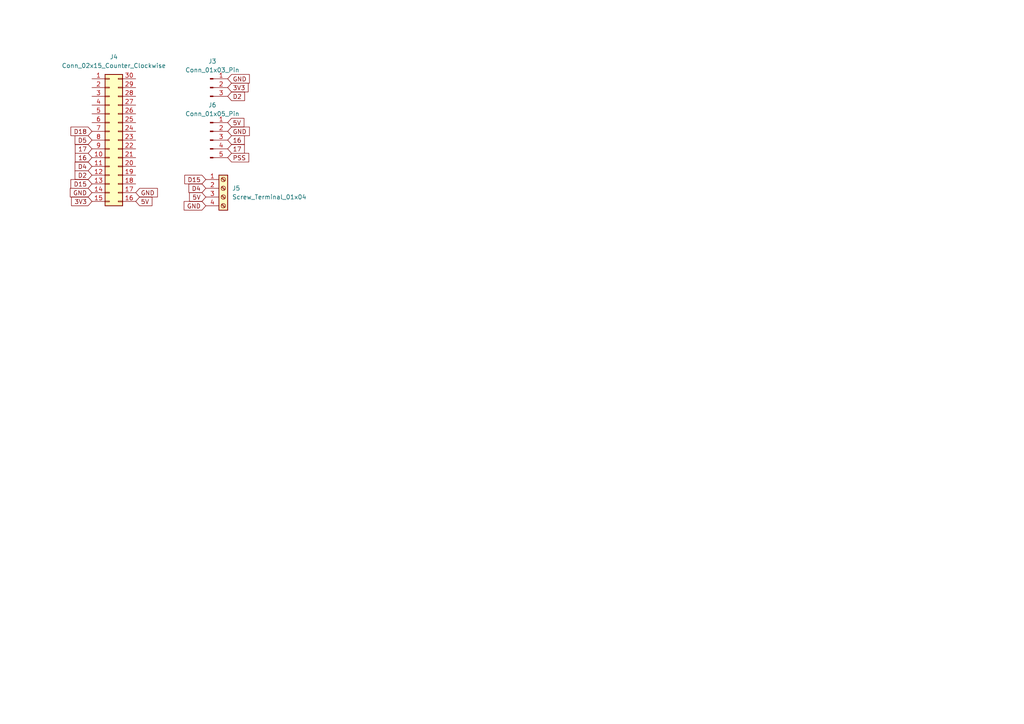
<source format=kicad_sch>
(kicad_sch
	(version 20231120)
	(generator "eeschema")
	(generator_version "8.0")
	(uuid "79fe357b-c978-4511-b395-14bf1e9ceedb")
	(paper "A4")
	(lib_symbols
		(symbol "Connector:Conn_01x03_Pin"
			(pin_names
				(offset 1.016) hide)
			(exclude_from_sim no)
			(in_bom yes)
			(on_board yes)
			(property "Reference" "J"
				(at 0 5.08 0)
				(effects
					(font
						(size 1.27 1.27)
					)
				)
			)
			(property "Value" "Conn_01x03_Pin"
				(at 0 -5.08 0)
				(effects
					(font
						(size 1.27 1.27)
					)
				)
			)
			(property "Footprint" ""
				(at 0 0 0)
				(effects
					(font
						(size 1.27 1.27)
					)
					(hide yes)
				)
			)
			(property "Datasheet" "~"
				(at 0 0 0)
				(effects
					(font
						(size 1.27 1.27)
					)
					(hide yes)
				)
			)
			(property "Description" "Generic connector, single row, 01x03, script generated"
				(at 0 0 0)
				(effects
					(font
						(size 1.27 1.27)
					)
					(hide yes)
				)
			)
			(property "ki_locked" ""
				(at 0 0 0)
				(effects
					(font
						(size 1.27 1.27)
					)
				)
			)
			(property "ki_keywords" "connector"
				(at 0 0 0)
				(effects
					(font
						(size 1.27 1.27)
					)
					(hide yes)
				)
			)
			(property "ki_fp_filters" "Connector*:*_1x??_*"
				(at 0 0 0)
				(effects
					(font
						(size 1.27 1.27)
					)
					(hide yes)
				)
			)
			(symbol "Conn_01x03_Pin_1_1"
				(polyline
					(pts
						(xy 1.27 -2.54) (xy 0.8636 -2.54)
					)
					(stroke
						(width 0.1524)
						(type default)
					)
					(fill
						(type none)
					)
				)
				(polyline
					(pts
						(xy 1.27 0) (xy 0.8636 0)
					)
					(stroke
						(width 0.1524)
						(type default)
					)
					(fill
						(type none)
					)
				)
				(polyline
					(pts
						(xy 1.27 2.54) (xy 0.8636 2.54)
					)
					(stroke
						(width 0.1524)
						(type default)
					)
					(fill
						(type none)
					)
				)
				(rectangle
					(start 0.8636 -2.413)
					(end 0 -2.667)
					(stroke
						(width 0.1524)
						(type default)
					)
					(fill
						(type outline)
					)
				)
				(rectangle
					(start 0.8636 0.127)
					(end 0 -0.127)
					(stroke
						(width 0.1524)
						(type default)
					)
					(fill
						(type outline)
					)
				)
				(rectangle
					(start 0.8636 2.667)
					(end 0 2.413)
					(stroke
						(width 0.1524)
						(type default)
					)
					(fill
						(type outline)
					)
				)
				(pin passive line
					(at 5.08 2.54 180)
					(length 3.81)
					(name "Pin_1"
						(effects
							(font
								(size 1.27 1.27)
							)
						)
					)
					(number "1"
						(effects
							(font
								(size 1.27 1.27)
							)
						)
					)
				)
				(pin passive line
					(at 5.08 0 180)
					(length 3.81)
					(name "Pin_2"
						(effects
							(font
								(size 1.27 1.27)
							)
						)
					)
					(number "2"
						(effects
							(font
								(size 1.27 1.27)
							)
						)
					)
				)
				(pin passive line
					(at 5.08 -2.54 180)
					(length 3.81)
					(name "Pin_3"
						(effects
							(font
								(size 1.27 1.27)
							)
						)
					)
					(number "3"
						(effects
							(font
								(size 1.27 1.27)
							)
						)
					)
				)
			)
		)
		(symbol "Connector:Conn_01x05_Pin"
			(pin_names
				(offset 1.016) hide)
			(exclude_from_sim no)
			(in_bom yes)
			(on_board yes)
			(property "Reference" "J"
				(at 0 7.62 0)
				(effects
					(font
						(size 1.27 1.27)
					)
				)
			)
			(property "Value" "Conn_01x05_Pin"
				(at 0 -7.62 0)
				(effects
					(font
						(size 1.27 1.27)
					)
				)
			)
			(property "Footprint" ""
				(at 0 0 0)
				(effects
					(font
						(size 1.27 1.27)
					)
					(hide yes)
				)
			)
			(property "Datasheet" "~"
				(at 0 0 0)
				(effects
					(font
						(size 1.27 1.27)
					)
					(hide yes)
				)
			)
			(property "Description" "Generic connector, single row, 01x05, script generated"
				(at 0 0 0)
				(effects
					(font
						(size 1.27 1.27)
					)
					(hide yes)
				)
			)
			(property "ki_locked" ""
				(at 0 0 0)
				(effects
					(font
						(size 1.27 1.27)
					)
				)
			)
			(property "ki_keywords" "connector"
				(at 0 0 0)
				(effects
					(font
						(size 1.27 1.27)
					)
					(hide yes)
				)
			)
			(property "ki_fp_filters" "Connector*:*_1x??_*"
				(at 0 0 0)
				(effects
					(font
						(size 1.27 1.27)
					)
					(hide yes)
				)
			)
			(symbol "Conn_01x05_Pin_1_1"
				(polyline
					(pts
						(xy 1.27 -5.08) (xy 0.8636 -5.08)
					)
					(stroke
						(width 0.1524)
						(type default)
					)
					(fill
						(type none)
					)
				)
				(polyline
					(pts
						(xy 1.27 -2.54) (xy 0.8636 -2.54)
					)
					(stroke
						(width 0.1524)
						(type default)
					)
					(fill
						(type none)
					)
				)
				(polyline
					(pts
						(xy 1.27 0) (xy 0.8636 0)
					)
					(stroke
						(width 0.1524)
						(type default)
					)
					(fill
						(type none)
					)
				)
				(polyline
					(pts
						(xy 1.27 2.54) (xy 0.8636 2.54)
					)
					(stroke
						(width 0.1524)
						(type default)
					)
					(fill
						(type none)
					)
				)
				(polyline
					(pts
						(xy 1.27 5.08) (xy 0.8636 5.08)
					)
					(stroke
						(width 0.1524)
						(type default)
					)
					(fill
						(type none)
					)
				)
				(rectangle
					(start 0.8636 -4.953)
					(end 0 -5.207)
					(stroke
						(width 0.1524)
						(type default)
					)
					(fill
						(type outline)
					)
				)
				(rectangle
					(start 0.8636 -2.413)
					(end 0 -2.667)
					(stroke
						(width 0.1524)
						(type default)
					)
					(fill
						(type outline)
					)
				)
				(rectangle
					(start 0.8636 0.127)
					(end 0 -0.127)
					(stroke
						(width 0.1524)
						(type default)
					)
					(fill
						(type outline)
					)
				)
				(rectangle
					(start 0.8636 2.667)
					(end 0 2.413)
					(stroke
						(width 0.1524)
						(type default)
					)
					(fill
						(type outline)
					)
				)
				(rectangle
					(start 0.8636 5.207)
					(end 0 4.953)
					(stroke
						(width 0.1524)
						(type default)
					)
					(fill
						(type outline)
					)
				)
				(pin passive line
					(at 5.08 5.08 180)
					(length 3.81)
					(name "Pin_1"
						(effects
							(font
								(size 1.27 1.27)
							)
						)
					)
					(number "1"
						(effects
							(font
								(size 1.27 1.27)
							)
						)
					)
				)
				(pin passive line
					(at 5.08 2.54 180)
					(length 3.81)
					(name "Pin_2"
						(effects
							(font
								(size 1.27 1.27)
							)
						)
					)
					(number "2"
						(effects
							(font
								(size 1.27 1.27)
							)
						)
					)
				)
				(pin passive line
					(at 5.08 0 180)
					(length 3.81)
					(name "Pin_3"
						(effects
							(font
								(size 1.27 1.27)
							)
						)
					)
					(number "3"
						(effects
							(font
								(size 1.27 1.27)
							)
						)
					)
				)
				(pin passive line
					(at 5.08 -2.54 180)
					(length 3.81)
					(name "Pin_4"
						(effects
							(font
								(size 1.27 1.27)
							)
						)
					)
					(number "4"
						(effects
							(font
								(size 1.27 1.27)
							)
						)
					)
				)
				(pin passive line
					(at 5.08 -5.08 180)
					(length 3.81)
					(name "Pin_5"
						(effects
							(font
								(size 1.27 1.27)
							)
						)
					)
					(number "5"
						(effects
							(font
								(size 1.27 1.27)
							)
						)
					)
				)
			)
		)
		(symbol "Connector:Screw_Terminal_01x04"
			(pin_names
				(offset 1.016) hide)
			(exclude_from_sim no)
			(in_bom yes)
			(on_board yes)
			(property "Reference" "J"
				(at 0 5.08 0)
				(effects
					(font
						(size 1.27 1.27)
					)
				)
			)
			(property "Value" "Screw_Terminal_01x04"
				(at 0 -7.62 0)
				(effects
					(font
						(size 1.27 1.27)
					)
				)
			)
			(property "Footprint" ""
				(at 0 0 0)
				(effects
					(font
						(size 1.27 1.27)
					)
					(hide yes)
				)
			)
			(property "Datasheet" "~"
				(at 0 0 0)
				(effects
					(font
						(size 1.27 1.27)
					)
					(hide yes)
				)
			)
			(property "Description" "Generic screw terminal, single row, 01x04, script generated (kicad-library-utils/schlib/autogen/connector/)"
				(at 0 0 0)
				(effects
					(font
						(size 1.27 1.27)
					)
					(hide yes)
				)
			)
			(property "ki_keywords" "screw terminal"
				(at 0 0 0)
				(effects
					(font
						(size 1.27 1.27)
					)
					(hide yes)
				)
			)
			(property "ki_fp_filters" "TerminalBlock*:*"
				(at 0 0 0)
				(effects
					(font
						(size 1.27 1.27)
					)
					(hide yes)
				)
			)
			(symbol "Screw_Terminal_01x04_1_1"
				(rectangle
					(start -1.27 3.81)
					(end 1.27 -6.35)
					(stroke
						(width 0.254)
						(type default)
					)
					(fill
						(type background)
					)
				)
				(circle
					(center 0 -5.08)
					(radius 0.635)
					(stroke
						(width 0.1524)
						(type default)
					)
					(fill
						(type none)
					)
				)
				(circle
					(center 0 -2.54)
					(radius 0.635)
					(stroke
						(width 0.1524)
						(type default)
					)
					(fill
						(type none)
					)
				)
				(polyline
					(pts
						(xy -0.5334 -4.7498) (xy 0.3302 -5.588)
					)
					(stroke
						(width 0.1524)
						(type default)
					)
					(fill
						(type none)
					)
				)
				(polyline
					(pts
						(xy -0.5334 -2.2098) (xy 0.3302 -3.048)
					)
					(stroke
						(width 0.1524)
						(type default)
					)
					(fill
						(type none)
					)
				)
				(polyline
					(pts
						(xy -0.5334 0.3302) (xy 0.3302 -0.508)
					)
					(stroke
						(width 0.1524)
						(type default)
					)
					(fill
						(type none)
					)
				)
				(polyline
					(pts
						(xy -0.5334 2.8702) (xy 0.3302 2.032)
					)
					(stroke
						(width 0.1524)
						(type default)
					)
					(fill
						(type none)
					)
				)
				(polyline
					(pts
						(xy -0.3556 -4.572) (xy 0.508 -5.4102)
					)
					(stroke
						(width 0.1524)
						(type default)
					)
					(fill
						(type none)
					)
				)
				(polyline
					(pts
						(xy -0.3556 -2.032) (xy 0.508 -2.8702)
					)
					(stroke
						(width 0.1524)
						(type default)
					)
					(fill
						(type none)
					)
				)
				(polyline
					(pts
						(xy -0.3556 0.508) (xy 0.508 -0.3302)
					)
					(stroke
						(width 0.1524)
						(type default)
					)
					(fill
						(type none)
					)
				)
				(polyline
					(pts
						(xy -0.3556 3.048) (xy 0.508 2.2098)
					)
					(stroke
						(width 0.1524)
						(type default)
					)
					(fill
						(type none)
					)
				)
				(circle
					(center 0 0)
					(radius 0.635)
					(stroke
						(width 0.1524)
						(type default)
					)
					(fill
						(type none)
					)
				)
				(circle
					(center 0 2.54)
					(radius 0.635)
					(stroke
						(width 0.1524)
						(type default)
					)
					(fill
						(type none)
					)
				)
				(pin passive line
					(at -5.08 2.54 0)
					(length 3.81)
					(name "Pin_1"
						(effects
							(font
								(size 1.27 1.27)
							)
						)
					)
					(number "1"
						(effects
							(font
								(size 1.27 1.27)
							)
						)
					)
				)
				(pin passive line
					(at -5.08 0 0)
					(length 3.81)
					(name "Pin_2"
						(effects
							(font
								(size 1.27 1.27)
							)
						)
					)
					(number "2"
						(effects
							(font
								(size 1.27 1.27)
							)
						)
					)
				)
				(pin passive line
					(at -5.08 -2.54 0)
					(length 3.81)
					(name "Pin_3"
						(effects
							(font
								(size 1.27 1.27)
							)
						)
					)
					(number "3"
						(effects
							(font
								(size 1.27 1.27)
							)
						)
					)
				)
				(pin passive line
					(at -5.08 -5.08 0)
					(length 3.81)
					(name "Pin_4"
						(effects
							(font
								(size 1.27 1.27)
							)
						)
					)
					(number "4"
						(effects
							(font
								(size 1.27 1.27)
							)
						)
					)
				)
			)
		)
		(symbol "Connector_Generic:Conn_02x15_Counter_Clockwise"
			(pin_names
				(offset 1.016) hide)
			(exclude_from_sim no)
			(in_bom yes)
			(on_board yes)
			(property "Reference" "J"
				(at 1.27 20.32 0)
				(effects
					(font
						(size 1.27 1.27)
					)
				)
			)
			(property "Value" "Conn_02x15_Counter_Clockwise"
				(at 1.27 -20.32 0)
				(effects
					(font
						(size 1.27 1.27)
					)
				)
			)
			(property "Footprint" ""
				(at 0 0 0)
				(effects
					(font
						(size 1.27 1.27)
					)
					(hide yes)
				)
			)
			(property "Datasheet" "~"
				(at 0 0 0)
				(effects
					(font
						(size 1.27 1.27)
					)
					(hide yes)
				)
			)
			(property "Description" "Generic connector, double row, 02x15, counter clockwise pin numbering scheme (similar to DIP package numbering), script generated (kicad-library-utils/schlib/autogen/connector/)"
				(at 0 0 0)
				(effects
					(font
						(size 1.27 1.27)
					)
					(hide yes)
				)
			)
			(property "ki_keywords" "connector"
				(at 0 0 0)
				(effects
					(font
						(size 1.27 1.27)
					)
					(hide yes)
				)
			)
			(property "ki_fp_filters" "Connector*:*_2x??_*"
				(at 0 0 0)
				(effects
					(font
						(size 1.27 1.27)
					)
					(hide yes)
				)
			)
			(symbol "Conn_02x15_Counter_Clockwise_1_1"
				(rectangle
					(start -1.27 -17.653)
					(end 0 -17.907)
					(stroke
						(width 0.1524)
						(type default)
					)
					(fill
						(type none)
					)
				)
				(rectangle
					(start -1.27 -15.113)
					(end 0 -15.367)
					(stroke
						(width 0.1524)
						(type default)
					)
					(fill
						(type none)
					)
				)
				(rectangle
					(start -1.27 -12.573)
					(end 0 -12.827)
					(stroke
						(width 0.1524)
						(type default)
					)
					(fill
						(type none)
					)
				)
				(rectangle
					(start -1.27 -10.033)
					(end 0 -10.287)
					(stroke
						(width 0.1524)
						(type default)
					)
					(fill
						(type none)
					)
				)
				(rectangle
					(start -1.27 -7.493)
					(end 0 -7.747)
					(stroke
						(width 0.1524)
						(type default)
					)
					(fill
						(type none)
					)
				)
				(rectangle
					(start -1.27 -4.953)
					(end 0 -5.207)
					(stroke
						(width 0.1524)
						(type default)
					)
					(fill
						(type none)
					)
				)
				(rectangle
					(start -1.27 -2.413)
					(end 0 -2.667)
					(stroke
						(width 0.1524)
						(type default)
					)
					(fill
						(type none)
					)
				)
				(rectangle
					(start -1.27 0.127)
					(end 0 -0.127)
					(stroke
						(width 0.1524)
						(type default)
					)
					(fill
						(type none)
					)
				)
				(rectangle
					(start -1.27 2.667)
					(end 0 2.413)
					(stroke
						(width 0.1524)
						(type default)
					)
					(fill
						(type none)
					)
				)
				(rectangle
					(start -1.27 5.207)
					(end 0 4.953)
					(stroke
						(width 0.1524)
						(type default)
					)
					(fill
						(type none)
					)
				)
				(rectangle
					(start -1.27 7.747)
					(end 0 7.493)
					(stroke
						(width 0.1524)
						(type default)
					)
					(fill
						(type none)
					)
				)
				(rectangle
					(start -1.27 10.287)
					(end 0 10.033)
					(stroke
						(width 0.1524)
						(type default)
					)
					(fill
						(type none)
					)
				)
				(rectangle
					(start -1.27 12.827)
					(end 0 12.573)
					(stroke
						(width 0.1524)
						(type default)
					)
					(fill
						(type none)
					)
				)
				(rectangle
					(start -1.27 15.367)
					(end 0 15.113)
					(stroke
						(width 0.1524)
						(type default)
					)
					(fill
						(type none)
					)
				)
				(rectangle
					(start -1.27 17.907)
					(end 0 17.653)
					(stroke
						(width 0.1524)
						(type default)
					)
					(fill
						(type none)
					)
				)
				(rectangle
					(start -1.27 19.05)
					(end 3.81 -19.05)
					(stroke
						(width 0.254)
						(type default)
					)
					(fill
						(type background)
					)
				)
				(rectangle
					(start 3.81 -17.653)
					(end 2.54 -17.907)
					(stroke
						(width 0.1524)
						(type default)
					)
					(fill
						(type none)
					)
				)
				(rectangle
					(start 3.81 -15.113)
					(end 2.54 -15.367)
					(stroke
						(width 0.1524)
						(type default)
					)
					(fill
						(type none)
					)
				)
				(rectangle
					(start 3.81 -12.573)
					(end 2.54 -12.827)
					(stroke
						(width 0.1524)
						(type default)
					)
					(fill
						(type none)
					)
				)
				(rectangle
					(start 3.81 -10.033)
					(end 2.54 -10.287)
					(stroke
						(width 0.1524)
						(type default)
					)
					(fill
						(type none)
					)
				)
				(rectangle
					(start 3.81 -7.493)
					(end 2.54 -7.747)
					(stroke
						(width 0.1524)
						(type default)
					)
					(fill
						(type none)
					)
				)
				(rectangle
					(start 3.81 -4.953)
					(end 2.54 -5.207)
					(stroke
						(width 0.1524)
						(type default)
					)
					(fill
						(type none)
					)
				)
				(rectangle
					(start 3.81 -2.413)
					(end 2.54 -2.667)
					(stroke
						(width 0.1524)
						(type default)
					)
					(fill
						(type none)
					)
				)
				(rectangle
					(start 3.81 0.127)
					(end 2.54 -0.127)
					(stroke
						(width 0.1524)
						(type default)
					)
					(fill
						(type none)
					)
				)
				(rectangle
					(start 3.81 2.667)
					(end 2.54 2.413)
					(stroke
						(width 0.1524)
						(type default)
					)
					(fill
						(type none)
					)
				)
				(rectangle
					(start 3.81 5.207)
					(end 2.54 4.953)
					(stroke
						(width 0.1524)
						(type default)
					)
					(fill
						(type none)
					)
				)
				(rectangle
					(start 3.81 7.747)
					(end 2.54 7.493)
					(stroke
						(width 0.1524)
						(type default)
					)
					(fill
						(type none)
					)
				)
				(rectangle
					(start 3.81 10.287)
					(end 2.54 10.033)
					(stroke
						(width 0.1524)
						(type default)
					)
					(fill
						(type none)
					)
				)
				(rectangle
					(start 3.81 12.827)
					(end 2.54 12.573)
					(stroke
						(width 0.1524)
						(type default)
					)
					(fill
						(type none)
					)
				)
				(rectangle
					(start 3.81 15.367)
					(end 2.54 15.113)
					(stroke
						(width 0.1524)
						(type default)
					)
					(fill
						(type none)
					)
				)
				(rectangle
					(start 3.81 17.907)
					(end 2.54 17.653)
					(stroke
						(width 0.1524)
						(type default)
					)
					(fill
						(type none)
					)
				)
				(pin passive line
					(at -5.08 17.78 0)
					(length 3.81)
					(name "Pin_1"
						(effects
							(font
								(size 1.27 1.27)
							)
						)
					)
					(number "1"
						(effects
							(font
								(size 1.27 1.27)
							)
						)
					)
				)
				(pin passive line
					(at -5.08 -5.08 0)
					(length 3.81)
					(name "Pin_10"
						(effects
							(font
								(size 1.27 1.27)
							)
						)
					)
					(number "10"
						(effects
							(font
								(size 1.27 1.27)
							)
						)
					)
				)
				(pin passive line
					(at -5.08 -7.62 0)
					(length 3.81)
					(name "Pin_11"
						(effects
							(font
								(size 1.27 1.27)
							)
						)
					)
					(number "11"
						(effects
							(font
								(size 1.27 1.27)
							)
						)
					)
				)
				(pin passive line
					(at -5.08 -10.16 0)
					(length 3.81)
					(name "Pin_12"
						(effects
							(font
								(size 1.27 1.27)
							)
						)
					)
					(number "12"
						(effects
							(font
								(size 1.27 1.27)
							)
						)
					)
				)
				(pin passive line
					(at -5.08 -12.7 0)
					(length 3.81)
					(name "Pin_13"
						(effects
							(font
								(size 1.27 1.27)
							)
						)
					)
					(number "13"
						(effects
							(font
								(size 1.27 1.27)
							)
						)
					)
				)
				(pin passive line
					(at -5.08 -15.24 0)
					(length 3.81)
					(name "Pin_14"
						(effects
							(font
								(size 1.27 1.27)
							)
						)
					)
					(number "14"
						(effects
							(font
								(size 1.27 1.27)
							)
						)
					)
				)
				(pin passive line
					(at -5.08 -17.78 0)
					(length 3.81)
					(name "Pin_15"
						(effects
							(font
								(size 1.27 1.27)
							)
						)
					)
					(number "15"
						(effects
							(font
								(size 1.27 1.27)
							)
						)
					)
				)
				(pin passive line
					(at 7.62 -17.78 180)
					(length 3.81)
					(name "Pin_16"
						(effects
							(font
								(size 1.27 1.27)
							)
						)
					)
					(number "16"
						(effects
							(font
								(size 1.27 1.27)
							)
						)
					)
				)
				(pin passive line
					(at 7.62 -15.24 180)
					(length 3.81)
					(name "Pin_17"
						(effects
							(font
								(size 1.27 1.27)
							)
						)
					)
					(number "17"
						(effects
							(font
								(size 1.27 1.27)
							)
						)
					)
				)
				(pin passive line
					(at 7.62 -12.7 180)
					(length 3.81)
					(name "Pin_18"
						(effects
							(font
								(size 1.27 1.27)
							)
						)
					)
					(number "18"
						(effects
							(font
								(size 1.27 1.27)
							)
						)
					)
				)
				(pin passive line
					(at 7.62 -10.16 180)
					(length 3.81)
					(name "Pin_19"
						(effects
							(font
								(size 1.27 1.27)
							)
						)
					)
					(number "19"
						(effects
							(font
								(size 1.27 1.27)
							)
						)
					)
				)
				(pin passive line
					(at -5.08 15.24 0)
					(length 3.81)
					(name "Pin_2"
						(effects
							(font
								(size 1.27 1.27)
							)
						)
					)
					(number "2"
						(effects
							(font
								(size 1.27 1.27)
							)
						)
					)
				)
				(pin passive line
					(at 7.62 -7.62 180)
					(length 3.81)
					(name "Pin_20"
						(effects
							(font
								(size 1.27 1.27)
							)
						)
					)
					(number "20"
						(effects
							(font
								(size 1.27 1.27)
							)
						)
					)
				)
				(pin passive line
					(at 7.62 -5.08 180)
					(length 3.81)
					(name "Pin_21"
						(effects
							(font
								(size 1.27 1.27)
							)
						)
					)
					(number "21"
						(effects
							(font
								(size 1.27 1.27)
							)
						)
					)
				)
				(pin passive line
					(at 7.62 -2.54 180)
					(length 3.81)
					(name "Pin_22"
						(effects
							(font
								(size 1.27 1.27)
							)
						)
					)
					(number "22"
						(effects
							(font
								(size 1.27 1.27)
							)
						)
					)
				)
				(pin passive line
					(at 7.62 0 180)
					(length 3.81)
					(name "Pin_23"
						(effects
							(font
								(size 1.27 1.27)
							)
						)
					)
					(number "23"
						(effects
							(font
								(size 1.27 1.27)
							)
						)
					)
				)
				(pin passive line
					(at 7.62 2.54 180)
					(length 3.81)
					(name "Pin_24"
						(effects
							(font
								(size 1.27 1.27)
							)
						)
					)
					(number "24"
						(effects
							(font
								(size 1.27 1.27)
							)
						)
					)
				)
				(pin passive line
					(at 7.62 5.08 180)
					(length 3.81)
					(name "Pin_25"
						(effects
							(font
								(size 1.27 1.27)
							)
						)
					)
					(number "25"
						(effects
							(font
								(size 1.27 1.27)
							)
						)
					)
				)
				(pin passive line
					(at 7.62 7.62 180)
					(length 3.81)
					(name "Pin_26"
						(effects
							(font
								(size 1.27 1.27)
							)
						)
					)
					(number "26"
						(effects
							(font
								(size 1.27 1.27)
							)
						)
					)
				)
				(pin passive line
					(at 7.62 10.16 180)
					(length 3.81)
					(name "Pin_27"
						(effects
							(font
								(size 1.27 1.27)
							)
						)
					)
					(number "27"
						(effects
							(font
								(size 1.27 1.27)
							)
						)
					)
				)
				(pin passive line
					(at 7.62 12.7 180)
					(length 3.81)
					(name "Pin_28"
						(effects
							(font
								(size 1.27 1.27)
							)
						)
					)
					(number "28"
						(effects
							(font
								(size 1.27 1.27)
							)
						)
					)
				)
				(pin passive line
					(at 7.62 15.24 180)
					(length 3.81)
					(name "Pin_29"
						(effects
							(font
								(size 1.27 1.27)
							)
						)
					)
					(number "29"
						(effects
							(font
								(size 1.27 1.27)
							)
						)
					)
				)
				(pin passive line
					(at -5.08 12.7 0)
					(length 3.81)
					(name "Pin_3"
						(effects
							(font
								(size 1.27 1.27)
							)
						)
					)
					(number "3"
						(effects
							(font
								(size 1.27 1.27)
							)
						)
					)
				)
				(pin passive line
					(at 7.62 17.78 180)
					(length 3.81)
					(name "Pin_30"
						(effects
							(font
								(size 1.27 1.27)
							)
						)
					)
					(number "30"
						(effects
							(font
								(size 1.27 1.27)
							)
						)
					)
				)
				(pin passive line
					(at -5.08 10.16 0)
					(length 3.81)
					(name "Pin_4"
						(effects
							(font
								(size 1.27 1.27)
							)
						)
					)
					(number "4"
						(effects
							(font
								(size 1.27 1.27)
							)
						)
					)
				)
				(pin passive line
					(at -5.08 7.62 0)
					(length 3.81)
					(name "Pin_5"
						(effects
							(font
								(size 1.27 1.27)
							)
						)
					)
					(number "5"
						(effects
							(font
								(size 1.27 1.27)
							)
						)
					)
				)
				(pin passive line
					(at -5.08 5.08 0)
					(length 3.81)
					(name "Pin_6"
						(effects
							(font
								(size 1.27 1.27)
							)
						)
					)
					(number "6"
						(effects
							(font
								(size 1.27 1.27)
							)
						)
					)
				)
				(pin passive line
					(at -5.08 2.54 0)
					(length 3.81)
					(name "Pin_7"
						(effects
							(font
								(size 1.27 1.27)
							)
						)
					)
					(number "7"
						(effects
							(font
								(size 1.27 1.27)
							)
						)
					)
				)
				(pin passive line
					(at -5.08 0 0)
					(length 3.81)
					(name "Pin_8"
						(effects
							(font
								(size 1.27 1.27)
							)
						)
					)
					(number "8"
						(effects
							(font
								(size 1.27 1.27)
							)
						)
					)
				)
				(pin passive line
					(at -5.08 -2.54 0)
					(length 3.81)
					(name "Pin_9"
						(effects
							(font
								(size 1.27 1.27)
							)
						)
					)
					(number "9"
						(effects
							(font
								(size 1.27 1.27)
							)
						)
					)
				)
			)
		)
	)
	(global_label "5V"
		(shape input)
		(at 39.37 58.42 0)
		(fields_autoplaced yes)
		(effects
			(font
				(size 1.27 1.27)
			)
			(justify left)
		)
		(uuid "0110e3b9-154f-4943-b062-4d3c0e3a5733")
		(property "Intersheetrefs" "${INTERSHEET_REFS}"
			(at 44.6533 58.42 0)
			(effects
				(font
					(size 1.27 1.27)
				)
				(justify left)
				(hide yes)
			)
		)
	)
	(global_label "3V3"
		(shape input)
		(at 26.67 58.42 180)
		(fields_autoplaced yes)
		(effects
			(font
				(size 1.27 1.27)
			)
			(justify right)
		)
		(uuid "06b488c3-0ca6-49ca-9ae3-d5f246c28543")
		(property "Intersheetrefs" "${INTERSHEET_REFS}"
			(at 20.1772 58.42 0)
			(effects
				(font
					(size 1.27 1.27)
				)
				(justify right)
				(hide yes)
			)
		)
	)
	(global_label "D5"
		(shape input)
		(at 26.67 40.64 180)
		(fields_autoplaced yes)
		(effects
			(font
				(size 1.27 1.27)
			)
			(justify right)
		)
		(uuid "0a9b993b-daad-4e73-8226-d1382d93682d")
		(property "Intersheetrefs" "${INTERSHEET_REFS}"
			(at 21.2053 40.64 0)
			(effects
				(font
					(size 1.27 1.27)
				)
				(justify right)
				(hide yes)
			)
		)
	)
	(global_label "GND"
		(shape input)
		(at 66.04 38.1 0)
		(fields_autoplaced yes)
		(effects
			(font
				(size 1.27 1.27)
			)
			(justify left)
		)
		(uuid "15463342-0a3c-4911-b42a-3d2a91f1a55d")
		(property "Intersheetrefs" "${INTERSHEET_REFS}"
			(at 72.8957 38.1 0)
			(effects
				(font
					(size 1.27 1.27)
				)
				(justify left)
				(hide yes)
			)
		)
	)
	(global_label "D4"
		(shape input)
		(at 59.69 54.61 180)
		(fields_autoplaced yes)
		(effects
			(font
				(size 1.27 1.27)
			)
			(justify right)
		)
		(uuid "16c18f21-0ec3-4bb6-88c8-0b7296fb710f")
		(property "Intersheetrefs" "${INTERSHEET_REFS}"
			(at 54.2253 54.61 0)
			(effects
				(font
					(size 1.27 1.27)
				)
				(justify right)
				(hide yes)
			)
		)
	)
	(global_label "17"
		(shape input)
		(at 26.67 43.18 180)
		(fields_autoplaced yes)
		(effects
			(font
				(size 1.27 1.27)
			)
			(justify right)
		)
		(uuid "18266a5b-3141-4831-a80e-8ee12f4b32e1")
		(property "Intersheetrefs" "${INTERSHEET_REFS}"
			(at 21.2658 43.18 0)
			(effects
				(font
					(size 1.27 1.27)
				)
				(justify right)
				(hide yes)
			)
		)
	)
	(global_label "17"
		(shape input)
		(at 66.04 43.18 0)
		(fields_autoplaced yes)
		(effects
			(font
				(size 1.27 1.27)
			)
			(justify left)
		)
		(uuid "249a160d-c483-4549-b549-b35f4a04c41f")
		(property "Intersheetrefs" "${INTERSHEET_REFS}"
			(at 71.4442 43.18 0)
			(effects
				(font
					(size 1.27 1.27)
				)
				(justify left)
				(hide yes)
			)
		)
	)
	(global_label "PSS"
		(shape input)
		(at 66.04 45.72 0)
		(fields_autoplaced yes)
		(effects
			(font
				(size 1.27 1.27)
			)
			(justify left)
		)
		(uuid "2985d5f7-74b0-4bb3-bcb3-359da8289bd5")
		(property "Intersheetrefs" "${INTERSHEET_REFS}"
			(at 72.7142 45.72 0)
			(effects
				(font
					(size 1.27 1.27)
				)
				(justify left)
				(hide yes)
			)
		)
	)
	(global_label "GND"
		(shape input)
		(at 26.67 55.88 180)
		(fields_autoplaced yes)
		(effects
			(font
				(size 1.27 1.27)
			)
			(justify right)
		)
		(uuid "36660552-ffca-46bd-a74a-0899d1af8918")
		(property "Intersheetrefs" "${INTERSHEET_REFS}"
			(at 19.8143 55.88 0)
			(effects
				(font
					(size 1.27 1.27)
				)
				(justify right)
				(hide yes)
			)
		)
	)
	(global_label "GND"
		(shape input)
		(at 59.69 59.69 180)
		(fields_autoplaced yes)
		(effects
			(font
				(size 1.27 1.27)
			)
			(justify right)
		)
		(uuid "4a28ee12-23b3-4b5a-8d9e-d0572463b4d4")
		(property "Intersheetrefs" "${INTERSHEET_REFS}"
			(at 52.8343 59.69 0)
			(effects
				(font
					(size 1.27 1.27)
				)
				(justify right)
				(hide yes)
			)
		)
	)
	(global_label "D15"
		(shape input)
		(at 59.69 52.07 180)
		(fields_autoplaced yes)
		(effects
			(font
				(size 1.27 1.27)
			)
			(justify right)
		)
		(uuid "7aaa20a6-e36e-46d7-8c44-4cb7aa898108")
		(property "Intersheetrefs" "${INTERSHEET_REFS}"
			(at 53.0158 52.07 0)
			(effects
				(font
					(size 1.27 1.27)
				)
				(justify right)
				(hide yes)
			)
		)
	)
	(global_label "16"
		(shape input)
		(at 66.04 40.64 0)
		(fields_autoplaced yes)
		(effects
			(font
				(size 1.27 1.27)
			)
			(justify left)
		)
		(uuid "81881abd-dda0-4398-bcc5-0bfc61139433")
		(property "Intersheetrefs" "${INTERSHEET_REFS}"
			(at 71.4442 40.64 0)
			(effects
				(font
					(size 1.27 1.27)
				)
				(justify left)
				(hide yes)
			)
		)
	)
	(global_label "D15"
		(shape input)
		(at 26.67 53.34 180)
		(fields_autoplaced yes)
		(effects
			(font
				(size 1.27 1.27)
			)
			(justify right)
		)
		(uuid "8760cefc-f461-4d4f-ad02-d51696148899")
		(property "Intersheetrefs" "${INTERSHEET_REFS}"
			(at 19.9958 53.34 0)
			(effects
				(font
					(size 1.27 1.27)
				)
				(justify right)
				(hide yes)
			)
		)
	)
	(global_label "D2"
		(shape input)
		(at 66.04 27.94 0)
		(fields_autoplaced yes)
		(effects
			(font
				(size 1.27 1.27)
			)
			(justify left)
		)
		(uuid "891d58d4-ed4a-4f09-9ed6-c5b96671021e")
		(property "Intersheetrefs" "${INTERSHEET_REFS}"
			(at 71.5047 27.94 0)
			(effects
				(font
					(size 1.27 1.27)
				)
				(justify left)
				(hide yes)
			)
		)
	)
	(global_label "16"
		(shape input)
		(at 26.67 45.72 180)
		(fields_autoplaced yes)
		(effects
			(font
				(size 1.27 1.27)
			)
			(justify right)
		)
		(uuid "899853d2-462a-4c0f-9b69-9b4526f6b87b")
		(property "Intersheetrefs" "${INTERSHEET_REFS}"
			(at 21.2658 45.72 0)
			(effects
				(font
					(size 1.27 1.27)
				)
				(justify right)
				(hide yes)
			)
		)
	)
	(global_label "D4"
		(shape input)
		(at 26.67 48.26 180)
		(fields_autoplaced yes)
		(effects
			(font
				(size 1.27 1.27)
			)
			(justify right)
		)
		(uuid "958e1242-4682-419f-8782-46be9c790edc")
		(property "Intersheetrefs" "${INTERSHEET_REFS}"
			(at 21.2053 48.26 0)
			(effects
				(font
					(size 1.27 1.27)
				)
				(justify right)
				(hide yes)
			)
		)
	)
	(global_label "D2"
		(shape input)
		(at 26.67 50.8 180)
		(fields_autoplaced yes)
		(effects
			(font
				(size 1.27 1.27)
			)
			(justify right)
		)
		(uuid "9e247f5a-5f9e-47c1-9edc-263d9069b16d")
		(property "Intersheetrefs" "${INTERSHEET_REFS}"
			(at 21.2053 50.8 0)
			(effects
				(font
					(size 1.27 1.27)
				)
				(justify right)
				(hide yes)
			)
		)
	)
	(global_label "GND"
		(shape input)
		(at 39.37 55.88 0)
		(fields_autoplaced yes)
		(effects
			(font
				(size 1.27 1.27)
			)
			(justify left)
		)
		(uuid "d5e772a6-9bfd-44cb-acee-ccf898ef0239")
		(property "Intersheetrefs" "${INTERSHEET_REFS}"
			(at 46.2257 55.88 0)
			(effects
				(font
					(size 1.27 1.27)
				)
				(justify left)
				(hide yes)
			)
		)
	)
	(global_label "GND"
		(shape input)
		(at 66.04 22.86 0)
		(fields_autoplaced yes)
		(effects
			(font
				(size 1.27 1.27)
			)
			(justify left)
		)
		(uuid "dc94c12a-98de-46e2-a9e7-bd1069bf3b12")
		(property "Intersheetrefs" "${INTERSHEET_REFS}"
			(at 72.8957 22.86 0)
			(effects
				(font
					(size 1.27 1.27)
				)
				(justify left)
				(hide yes)
			)
		)
	)
	(global_label "5V"
		(shape input)
		(at 66.04 35.56 0)
		(fields_autoplaced yes)
		(effects
			(font
				(size 1.27 1.27)
			)
			(justify left)
		)
		(uuid "dffbeae2-14fd-4601-871a-d73d6240b471")
		(property "Intersheetrefs" "${INTERSHEET_REFS}"
			(at 71.3233 35.56 0)
			(effects
				(font
					(size 1.27 1.27)
				)
				(justify left)
				(hide yes)
			)
		)
	)
	(global_label "D18"
		(shape input)
		(at 26.67 38.1 180)
		(fields_autoplaced yes)
		(effects
			(font
				(size 1.27 1.27)
			)
			(justify right)
		)
		(uuid "e65404b2-89c6-4e63-ad3c-49ce74910ee1")
		(property "Intersheetrefs" "${INTERSHEET_REFS}"
			(at 19.9958 38.1 0)
			(effects
				(font
					(size 1.27 1.27)
				)
				(justify right)
				(hide yes)
			)
		)
	)
	(global_label "3V3"
		(shape input)
		(at 66.04 25.4 0)
		(fields_autoplaced yes)
		(effects
			(font
				(size 1.27 1.27)
			)
			(justify left)
		)
		(uuid "eb3f7b12-3790-4bd7-930c-ee876d8bf071")
		(property "Intersheetrefs" "${INTERSHEET_REFS}"
			(at 72.5328 25.4 0)
			(effects
				(font
					(size 1.27 1.27)
				)
				(justify left)
				(hide yes)
			)
		)
	)
	(global_label "5V"
		(shape input)
		(at 59.69 57.15 180)
		(fields_autoplaced yes)
		(effects
			(font
				(size 1.27 1.27)
			)
			(justify right)
		)
		(uuid "ec52e577-5e95-4394-b892-14ae858671a9")
		(property "Intersheetrefs" "${INTERSHEET_REFS}"
			(at 54.4067 57.15 0)
			(effects
				(font
					(size 1.27 1.27)
				)
				(justify right)
				(hide yes)
			)
		)
	)
	(symbol
		(lib_id "Connector:Conn_01x05_Pin")
		(at 60.96 40.64 0)
		(unit 1)
		(exclude_from_sim no)
		(in_bom yes)
		(on_board yes)
		(dnp no)
		(fields_autoplaced yes)
		(uuid "60d1430d-0d1f-4360-85c9-4841edf5d8a2")
		(property "Reference" "J6"
			(at 61.595 30.48 0)
			(effects
				(font
					(size 1.27 1.27)
				)
			)
		)
		(property "Value" "Conn_01x05_Pin"
			(at 61.595 33.02 0)
			(effects
				(font
					(size 1.27 1.27)
				)
			)
		)
		(property "Footprint" "Connector_PinSocket_2.54mm:PinSocket_1x05_P2.54mm_Horizontal"
			(at 60.96 40.64 0)
			(effects
				(font
					(size 1.27 1.27)
				)
				(hide yes)
			)
		)
		(property "Datasheet" "~"
			(at 60.96 40.64 0)
			(effects
				(font
					(size 1.27 1.27)
				)
				(hide yes)
			)
		)
		(property "Description" "Generic connector, single row, 01x05, script generated"
			(at 60.96 40.64 0)
			(effects
				(font
					(size 1.27 1.27)
				)
				(hide yes)
			)
		)
		(pin "1"
			(uuid "d10d7d0c-cd2b-4d09-ba04-2b96f3fffc2d")
		)
		(pin "4"
			(uuid "40bcb900-6ee1-4f0e-a9db-292b02e41aa6")
		)
		(pin "3"
			(uuid "d9719103-cd62-461d-bb3a-97b13541cb41")
		)
		(pin "5"
			(uuid "aa63082b-b99f-4255-ac22-4b198a971a8c")
		)
		(pin "2"
			(uuid "1d7c3784-7ef9-49d3-b3dd-3b4e6aa0466a")
		)
		(instances
			(project ""
				(path "/79fe357b-c978-4511-b395-14bf1e9ceedb"
					(reference "J6")
					(unit 1)
				)
			)
		)
	)
	(symbol
		(lib_id "Connector:Screw_Terminal_01x04")
		(at 64.77 54.61 0)
		(unit 1)
		(exclude_from_sim no)
		(in_bom yes)
		(on_board yes)
		(dnp no)
		(fields_autoplaced yes)
		(uuid "b2637d55-0301-4dbe-9b9a-688ab8749930")
		(property "Reference" "J5"
			(at 67.31 54.6099 0)
			(effects
				(font
					(size 1.27 1.27)
				)
				(justify left)
			)
		)
		(property "Value" "Screw_Terminal_01x04"
			(at 67.31 57.1499 0)
			(effects
				(font
					(size 1.27 1.27)
				)
				(justify left)
			)
		)
		(property "Footprint" "TerminalBlock_MetzConnect:TerminalBlock_MetzConnect_Type175_RT02704HBLC_1x04_P7.50mm_Horizontal"
			(at 64.77 54.61 0)
			(effects
				(font
					(size 1.27 1.27)
				)
				(hide yes)
			)
		)
		(property "Datasheet" "~"
			(at 64.77 54.61 0)
			(effects
				(font
					(size 1.27 1.27)
				)
				(hide yes)
			)
		)
		(property "Description" "Generic screw terminal, single row, 01x04, script generated (kicad-library-utils/schlib/autogen/connector/)"
			(at 64.77 54.61 0)
			(effects
				(font
					(size 1.27 1.27)
				)
				(hide yes)
			)
		)
		(pin "3"
			(uuid "b53263c4-06df-4fae-819d-d1660bc01793")
		)
		(pin "1"
			(uuid "16c72756-f64a-4d3b-8641-f06c03f07cf9")
		)
		(pin "4"
			(uuid "461cd0b5-e6bd-40de-9cef-9cd96d73d01b")
		)
		(pin "2"
			(uuid "4de2f3ae-25cb-4d3e-b5dd-296a6d28d3a7")
		)
		(instances
			(project ""
				(path "/79fe357b-c978-4511-b395-14bf1e9ceedb"
					(reference "J5")
					(unit 1)
				)
			)
		)
	)
	(symbol
		(lib_id "Connector_Generic:Conn_02x15_Counter_Clockwise")
		(at 31.75 40.64 0)
		(unit 1)
		(exclude_from_sim no)
		(in_bom yes)
		(on_board yes)
		(dnp no)
		(fields_autoplaced yes)
		(uuid "c1df8435-b117-45c3-9e27-d905f3d52afc")
		(property "Reference" "J4"
			(at 33.02 16.51 0)
			(effects
				(font
					(size 1.27 1.27)
				)
			)
		)
		(property "Value" "Conn_02x15_Counter_Clockwise"
			(at 33.02 19.05 0)
			(effects
				(font
					(size 1.27 1.27)
				)
			)
		)
		(property "Footprint" "ESP32_WROOM_32:ESP_Test"
			(at 31.75 40.64 0)
			(effects
				(font
					(size 1.27 1.27)
				)
				(hide yes)
			)
		)
		(property "Datasheet" "~"
			(at 31.75 40.64 0)
			(effects
				(font
					(size 1.27 1.27)
				)
				(hide yes)
			)
		)
		(property "Description" "Generic connector, double row, 02x15, counter clockwise pin numbering scheme (similar to DIP package numbering), script generated (kicad-library-utils/schlib/autogen/connector/)"
			(at 31.75 40.64 0)
			(effects
				(font
					(size 1.27 1.27)
				)
				(hide yes)
			)
		)
		(pin "13"
			(uuid "a85af75a-8548-4d11-a077-a7b986e7dbdb")
		)
		(pin "16"
			(uuid "a029de3a-1935-4204-8d18-cfe84e3e65cd")
		)
		(pin "17"
			(uuid "0995727e-7bfe-42d6-babc-c5eb6d85e114")
		)
		(pin "22"
			(uuid "80d475ad-376b-496d-b7a1-e9962b363002")
		)
		(pin "19"
			(uuid "699126f8-4320-461d-9bb0-76b5f379c358")
		)
		(pin "11"
			(uuid "39645984-4ae8-43e5-8db1-ccb15ba80230")
		)
		(pin "24"
			(uuid "78aa5e43-fa50-49d6-b749-2be6a1a40896")
		)
		(pin "27"
			(uuid "0f1b3ff4-506c-4ce3-a07d-f330f11bd595")
		)
		(pin "20"
			(uuid "a3f3946a-06aa-4c50-a962-b3cb3bbe6bb7")
		)
		(pin "7"
			(uuid "4b28c9a2-b416-4a71-be93-5e58881ce07b")
		)
		(pin "10"
			(uuid "830d17db-e705-4892-9f71-c3434d4e1c2a")
		)
		(pin "15"
			(uuid "913fb240-ec7a-4300-8906-d1a801ee21b6")
		)
		(pin "4"
			(uuid "03eb9677-e95d-4695-bb78-a56fc5db0012")
		)
		(pin "30"
			(uuid "45dbd90c-606c-47f6-8162-513891423caa")
		)
		(pin "14"
			(uuid "8f56c488-7332-4c94-b0bf-a250132f98ce")
		)
		(pin "2"
			(uuid "7d856cad-f93d-4896-97c1-5754b186b64b")
		)
		(pin "28"
			(uuid "8aff1216-4115-4290-a374-2b3f24c5dcce")
		)
		(pin "8"
			(uuid "d9687786-f2bd-4396-9001-65c99bbe4552")
		)
		(pin "25"
			(uuid "9a7ff9c9-c6e4-4d92-87d5-8e04a89bf1c4")
		)
		(pin "9"
			(uuid "1a90ac8e-c7a6-48b3-9cab-59b30c60cc3a")
		)
		(pin "29"
			(uuid "9a5c3199-def6-43f2-85c4-992ce318980d")
		)
		(pin "23"
			(uuid "bd66bcf7-3bae-4918-932c-61e2760e7b50")
		)
		(pin "26"
			(uuid "09d5d0cb-9820-428c-92ee-3b856b36aff6")
		)
		(pin "21"
			(uuid "a1caed3e-4343-476e-9c38-69230365813b")
		)
		(pin "12"
			(uuid "e19f1818-eccb-4a01-9b5e-8e87140ea887")
		)
		(pin "5"
			(uuid "41c23b62-13df-433d-ac1d-985bbdfe0efa")
		)
		(pin "1"
			(uuid "e0f8b64d-4d78-4d36-9b6b-48f6d90f579e")
		)
		(pin "6"
			(uuid "d19962cd-785d-441a-a5ed-d36c8899bb69")
		)
		(pin "3"
			(uuid "4374db06-f58e-42b5-ae36-4f371e645628")
		)
		(pin "18"
			(uuid "f3d616c2-6560-4730-ba71-5e767c872901")
		)
		(instances
			(project ""
				(path "/79fe357b-c978-4511-b395-14bf1e9ceedb"
					(reference "J4")
					(unit 1)
				)
			)
		)
	)
	(symbol
		(lib_id "Connector:Conn_01x03_Pin")
		(at 60.96 25.4 0)
		(unit 1)
		(exclude_from_sim no)
		(in_bom yes)
		(on_board yes)
		(dnp no)
		(fields_autoplaced yes)
		(uuid "edcefe39-b5d6-42a4-bc1f-27c6afa53d37")
		(property "Reference" "J3"
			(at 61.595 17.78 0)
			(effects
				(font
					(size 1.27 1.27)
				)
			)
		)
		(property "Value" "Conn_01x03_Pin"
			(at 61.595 20.32 0)
			(effects
				(font
					(size 1.27 1.27)
				)
			)
		)
		(property "Footprint" "Connector_PinSocket_2.54mm:PinSocket_1x03_P2.54mm_Vertical"
			(at 60.96 25.4 0)
			(effects
				(font
					(size 1.27 1.27)
				)
				(hide yes)
			)
		)
		(property "Datasheet" "~"
			(at 60.96 25.4 0)
			(effects
				(font
					(size 1.27 1.27)
				)
				(hide yes)
			)
		)
		(property "Description" "Generic connector, single row, 01x03, script generated"
			(at 60.96 25.4 0)
			(effects
				(font
					(size 1.27 1.27)
				)
				(hide yes)
			)
		)
		(pin "2"
			(uuid "6fe3ecff-8652-4d78-9c9f-7b39b9793ab7")
		)
		(pin "1"
			(uuid "c5e94731-4c6b-4443-bb0e-ddfb685bc180")
		)
		(pin "3"
			(uuid "59b90669-fc77-43e3-9ae5-13e905e1dd8d")
		)
		(instances
			(project ""
				(path "/79fe357b-c978-4511-b395-14bf1e9ceedb"
					(reference "J3")
					(unit 1)
				)
			)
		)
	)
	(sheet_instances
		(path "/"
			(page "1")
		)
	)
)

</source>
